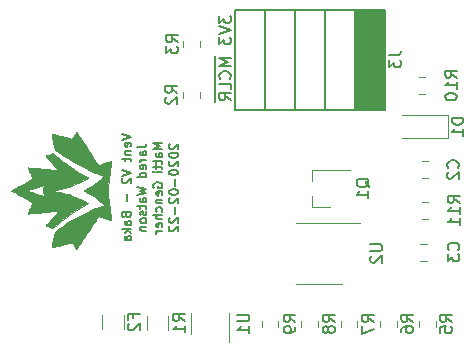
<source format=gbo>
G04 #@! TF.GenerationSoftware,KiCad,Pcbnew,(5.1.4)-1*
G04 #@! TF.CreationDate,2020-02-22T18:04:11-05:00*
G04 #@! TF.ProjectId,vent,76656e74-2e6b-4696-9361-645f70636258,rev?*
G04 #@! TF.SameCoordinates,Original*
G04 #@! TF.FileFunction,Legend,Bot*
G04 #@! TF.FilePolarity,Positive*
%FSLAX46Y46*%
G04 Gerber Fmt 4.6, Leading zero omitted, Abs format (unit mm)*
G04 Created by KiCad (PCBNEW (5.1.4)-1) date 2020-02-22 18:04:11*
%MOMM*%
%LPD*%
G04 APERTURE LIST*
%ADD10C,0.150000*%
%ADD11C,0.190500*%
%ADD12C,0.120000*%
%ADD13C,0.010000*%
G04 APERTURE END LIST*
D10*
X125258580Y-102398961D02*
X125258580Y-103018009D01*
X125639533Y-102684676D01*
X125639533Y-102827533D01*
X125687152Y-102922771D01*
X125734771Y-102970390D01*
X125830009Y-103018009D01*
X126068104Y-103018009D01*
X126163342Y-102970390D01*
X126210961Y-102922771D01*
X126258580Y-102827533D01*
X126258580Y-102541819D01*
X126210961Y-102446580D01*
X126163342Y-102398961D01*
X125258580Y-103303723D02*
X126258580Y-103637057D01*
X125258580Y-103970390D01*
X125258580Y-104208485D02*
X125258580Y-104827533D01*
X125639533Y-104494200D01*
X125639533Y-104637057D01*
X125687152Y-104732295D01*
X125734771Y-104779914D01*
X125830009Y-104827533D01*
X126068104Y-104827533D01*
X126163342Y-104779914D01*
X126210961Y-104732295D01*
X126258580Y-104637057D01*
X126258580Y-104351342D01*
X126210961Y-104256104D01*
X126163342Y-104208485D01*
X124891200Y-105779914D02*
X124891200Y-106922771D01*
X126258580Y-106018009D02*
X125258580Y-106018009D01*
X125972866Y-106351342D01*
X125258580Y-106684676D01*
X126258580Y-106684676D01*
X124891200Y-106922771D02*
X124891200Y-107922771D01*
X126163342Y-107732295D02*
X126210961Y-107684676D01*
X126258580Y-107541819D01*
X126258580Y-107446580D01*
X126210961Y-107303723D01*
X126115723Y-107208485D01*
X126020485Y-107160866D01*
X125830009Y-107113247D01*
X125687152Y-107113247D01*
X125496676Y-107160866D01*
X125401438Y-107208485D01*
X125306200Y-107303723D01*
X125258580Y-107446580D01*
X125258580Y-107541819D01*
X125306200Y-107684676D01*
X125353819Y-107732295D01*
X124891200Y-107922771D02*
X124891200Y-108732295D01*
X126258580Y-108637057D02*
X126258580Y-108160866D01*
X125258580Y-108160866D01*
X124891200Y-108732295D02*
X124891200Y-109732295D01*
X126258580Y-109541819D02*
X125782390Y-109208485D01*
X126258580Y-108970390D02*
X125258580Y-108970390D01*
X125258580Y-109351342D01*
X125306200Y-109446580D01*
X125353819Y-109494200D01*
X125449057Y-109541819D01*
X125591914Y-109541819D01*
X125687152Y-109494200D01*
X125734771Y-109446580D01*
X125782390Y-109351342D01*
X125782390Y-108970390D01*
D11*
X117013264Y-112413142D02*
X117775264Y-112667142D01*
X117013264Y-112921142D01*
X117738978Y-113465428D02*
X117775264Y-113392857D01*
X117775264Y-113247714D01*
X117738978Y-113175142D01*
X117666407Y-113138857D01*
X117376121Y-113138857D01*
X117303550Y-113175142D01*
X117267264Y-113247714D01*
X117267264Y-113392857D01*
X117303550Y-113465428D01*
X117376121Y-113501714D01*
X117448692Y-113501714D01*
X117521264Y-113138857D01*
X117267264Y-113828285D02*
X117775264Y-113828285D01*
X117339835Y-113828285D02*
X117303550Y-113864571D01*
X117267264Y-113937142D01*
X117267264Y-114046000D01*
X117303550Y-114118571D01*
X117376121Y-114154857D01*
X117775264Y-114154857D01*
X117267264Y-114408857D02*
X117267264Y-114699142D01*
X117013264Y-114517714D02*
X117666407Y-114517714D01*
X117738978Y-114554000D01*
X117775264Y-114626571D01*
X117775264Y-114699142D01*
X117013264Y-115424857D02*
X117775264Y-115678857D01*
X117013264Y-115932857D01*
X117085835Y-116150571D02*
X117049550Y-116186857D01*
X117013264Y-116259428D01*
X117013264Y-116440857D01*
X117049550Y-116513428D01*
X117085835Y-116549714D01*
X117158407Y-116586000D01*
X117230978Y-116586000D01*
X117339835Y-116549714D01*
X117775264Y-116114285D01*
X117775264Y-116586000D01*
X117484978Y-117493142D02*
X117484978Y-118073714D01*
X117376121Y-119271142D02*
X117412407Y-119380000D01*
X117448692Y-119416285D01*
X117521264Y-119452571D01*
X117630121Y-119452571D01*
X117702692Y-119416285D01*
X117738978Y-119380000D01*
X117775264Y-119307428D01*
X117775264Y-119017142D01*
X117013264Y-119017142D01*
X117013264Y-119271142D01*
X117049550Y-119343714D01*
X117085835Y-119380000D01*
X117158407Y-119416285D01*
X117230978Y-119416285D01*
X117303550Y-119380000D01*
X117339835Y-119343714D01*
X117376121Y-119271142D01*
X117376121Y-119017142D01*
X117775264Y-120105714D02*
X117376121Y-120105714D01*
X117303550Y-120069428D01*
X117267264Y-119996857D01*
X117267264Y-119851714D01*
X117303550Y-119779142D01*
X117738978Y-120105714D02*
X117775264Y-120033142D01*
X117775264Y-119851714D01*
X117738978Y-119779142D01*
X117666407Y-119742857D01*
X117593835Y-119742857D01*
X117521264Y-119779142D01*
X117484978Y-119851714D01*
X117484978Y-120033142D01*
X117448692Y-120105714D01*
X117775264Y-120468571D02*
X117013264Y-120468571D01*
X117484978Y-120541142D02*
X117775264Y-120758857D01*
X117267264Y-120758857D02*
X117557550Y-120468571D01*
X117775264Y-121412000D02*
X117376121Y-121412000D01*
X117303550Y-121375714D01*
X117267264Y-121303142D01*
X117267264Y-121158000D01*
X117303550Y-121085428D01*
X117738978Y-121412000D02*
X117775264Y-121339428D01*
X117775264Y-121158000D01*
X117738978Y-121085428D01*
X117666407Y-121049142D01*
X117593835Y-121049142D01*
X117521264Y-121085428D01*
X117484978Y-121158000D01*
X117484978Y-121339428D01*
X117448692Y-121412000D01*
X118346764Y-113538000D02*
X118891050Y-113538000D01*
X118999907Y-113501714D01*
X119072478Y-113429142D01*
X119108764Y-113320285D01*
X119108764Y-113247714D01*
X119108764Y-114227428D02*
X118709621Y-114227428D01*
X118637050Y-114191142D01*
X118600764Y-114118571D01*
X118600764Y-113973428D01*
X118637050Y-113900857D01*
X119072478Y-114227428D02*
X119108764Y-114154857D01*
X119108764Y-113973428D01*
X119072478Y-113900857D01*
X118999907Y-113864571D01*
X118927335Y-113864571D01*
X118854764Y-113900857D01*
X118818478Y-113973428D01*
X118818478Y-114154857D01*
X118782192Y-114227428D01*
X119108764Y-114590285D02*
X118600764Y-114590285D01*
X118745907Y-114590285D02*
X118673335Y-114626571D01*
X118637050Y-114662857D01*
X118600764Y-114735428D01*
X118600764Y-114807999D01*
X119072478Y-115352285D02*
X119108764Y-115279714D01*
X119108764Y-115134571D01*
X119072478Y-115061999D01*
X118999907Y-115025714D01*
X118709621Y-115025714D01*
X118637050Y-115061999D01*
X118600764Y-115134571D01*
X118600764Y-115279714D01*
X118637050Y-115352285D01*
X118709621Y-115388571D01*
X118782192Y-115388571D01*
X118854764Y-115025714D01*
X119108764Y-116041714D02*
X118346764Y-116041714D01*
X119072478Y-116041714D02*
X119108764Y-115969142D01*
X119108764Y-115823999D01*
X119072478Y-115751428D01*
X119036192Y-115715142D01*
X118963621Y-115678857D01*
X118745907Y-115678857D01*
X118673335Y-115715142D01*
X118637050Y-115751428D01*
X118600764Y-115823999D01*
X118600764Y-115969142D01*
X118637050Y-116041714D01*
X118346764Y-116912571D02*
X119108764Y-117093999D01*
X118564478Y-117239142D01*
X119108764Y-117384285D01*
X118346764Y-117565714D01*
X119108764Y-118182571D02*
X118709621Y-118182571D01*
X118637050Y-118146285D01*
X118600764Y-118073714D01*
X118600764Y-117928571D01*
X118637050Y-117855999D01*
X119072478Y-118182571D02*
X119108764Y-118109999D01*
X119108764Y-117928571D01*
X119072478Y-117855999D01*
X118999907Y-117819714D01*
X118927335Y-117819714D01*
X118854764Y-117855999D01*
X118818478Y-117928571D01*
X118818478Y-118109999D01*
X118782192Y-118182571D01*
X118600764Y-118436571D02*
X118600764Y-118726857D01*
X118346764Y-118545428D02*
X118999907Y-118545428D01*
X119072478Y-118581714D01*
X119108764Y-118654285D01*
X119108764Y-118726857D01*
X119072478Y-118944571D02*
X119108764Y-119017142D01*
X119108764Y-119162285D01*
X119072478Y-119234857D01*
X118999907Y-119271142D01*
X118963621Y-119271142D01*
X118891050Y-119234857D01*
X118854764Y-119162285D01*
X118854764Y-119053428D01*
X118818478Y-118980857D01*
X118745907Y-118944571D01*
X118709621Y-118944571D01*
X118637050Y-118980857D01*
X118600764Y-119053428D01*
X118600764Y-119162285D01*
X118637050Y-119234857D01*
X119108764Y-119706571D02*
X119072478Y-119633999D01*
X119036192Y-119597714D01*
X118963621Y-119561428D01*
X118745907Y-119561428D01*
X118673335Y-119597714D01*
X118637050Y-119633999D01*
X118600764Y-119706571D01*
X118600764Y-119815428D01*
X118637050Y-119887999D01*
X118673335Y-119924285D01*
X118745907Y-119960571D01*
X118963621Y-119960571D01*
X119036192Y-119924285D01*
X119072478Y-119887999D01*
X119108764Y-119815428D01*
X119108764Y-119706571D01*
X118600764Y-120287142D02*
X119108764Y-120287142D01*
X118673335Y-120287142D02*
X118637050Y-120323428D01*
X118600764Y-120395999D01*
X118600764Y-120504857D01*
X118637050Y-120577428D01*
X118709621Y-120613714D01*
X119108764Y-120613714D01*
X120442264Y-113175142D02*
X119680264Y-113175142D01*
X120224550Y-113429142D01*
X119680264Y-113683142D01*
X120442264Y-113683142D01*
X120442264Y-114372571D02*
X120043121Y-114372571D01*
X119970550Y-114336285D01*
X119934264Y-114263714D01*
X119934264Y-114118571D01*
X119970550Y-114046000D01*
X120405978Y-114372571D02*
X120442264Y-114300000D01*
X120442264Y-114118571D01*
X120405978Y-114046000D01*
X120333407Y-114009714D01*
X120260835Y-114009714D01*
X120188264Y-114046000D01*
X120151978Y-114118571D01*
X120151978Y-114300000D01*
X120115692Y-114372571D01*
X119934264Y-114626571D02*
X119934264Y-114916857D01*
X119680264Y-114735428D02*
X120333407Y-114735428D01*
X120405978Y-114771714D01*
X120442264Y-114844285D01*
X120442264Y-114916857D01*
X119934264Y-115062000D02*
X119934264Y-115352285D01*
X119680264Y-115170857D02*
X120333407Y-115170857D01*
X120405978Y-115207142D01*
X120442264Y-115279714D01*
X120442264Y-115352285D01*
X120442264Y-115606285D02*
X119934264Y-115606285D01*
X119680264Y-115606285D02*
X119716550Y-115570000D01*
X119752835Y-115606285D01*
X119716550Y-115642571D01*
X119680264Y-115606285D01*
X119752835Y-115606285D01*
X119716550Y-116948857D02*
X119680264Y-116876285D01*
X119680264Y-116767428D01*
X119716550Y-116658571D01*
X119789121Y-116586000D01*
X119861692Y-116549714D01*
X120006835Y-116513428D01*
X120115692Y-116513428D01*
X120260835Y-116549714D01*
X120333407Y-116586000D01*
X120405978Y-116658571D01*
X120442264Y-116767428D01*
X120442264Y-116840000D01*
X120405978Y-116948857D01*
X120369692Y-116985142D01*
X120115692Y-116985142D01*
X120115692Y-116840000D01*
X120405978Y-117602000D02*
X120442264Y-117529428D01*
X120442264Y-117384285D01*
X120405978Y-117311714D01*
X120333407Y-117275428D01*
X120043121Y-117275428D01*
X119970550Y-117311714D01*
X119934264Y-117384285D01*
X119934264Y-117529428D01*
X119970550Y-117602000D01*
X120043121Y-117638285D01*
X120115692Y-117638285D01*
X120188264Y-117275428D01*
X119934264Y-117964857D02*
X120442264Y-117964857D01*
X120006835Y-117964857D02*
X119970550Y-118001142D01*
X119934264Y-118073714D01*
X119934264Y-118182571D01*
X119970550Y-118255142D01*
X120043121Y-118291428D01*
X120442264Y-118291428D01*
X120405978Y-118980857D02*
X120442264Y-118908285D01*
X120442264Y-118763142D01*
X120405978Y-118690571D01*
X120369692Y-118654285D01*
X120297121Y-118618000D01*
X120079407Y-118618000D01*
X120006835Y-118654285D01*
X119970550Y-118690571D01*
X119934264Y-118763142D01*
X119934264Y-118908285D01*
X119970550Y-118980857D01*
X120442264Y-119307428D02*
X119680264Y-119307428D01*
X120442264Y-119634000D02*
X120043121Y-119634000D01*
X119970550Y-119597714D01*
X119934264Y-119525142D01*
X119934264Y-119416285D01*
X119970550Y-119343714D01*
X120006835Y-119307428D01*
X120405978Y-120287142D02*
X120442264Y-120214571D01*
X120442264Y-120069428D01*
X120405978Y-119996857D01*
X120333407Y-119960571D01*
X120043121Y-119960571D01*
X119970550Y-119996857D01*
X119934264Y-120069428D01*
X119934264Y-120214571D01*
X119970550Y-120287142D01*
X120043121Y-120323428D01*
X120115692Y-120323428D01*
X120188264Y-119960571D01*
X120442264Y-120650000D02*
X119934264Y-120650000D01*
X120079407Y-120650000D02*
X120006835Y-120686285D01*
X119970550Y-120722571D01*
X119934264Y-120795142D01*
X119934264Y-120867714D01*
X121086335Y-113265857D02*
X121050050Y-113302142D01*
X121013764Y-113374714D01*
X121013764Y-113556142D01*
X121050050Y-113628714D01*
X121086335Y-113665000D01*
X121158907Y-113701285D01*
X121231478Y-113701285D01*
X121340335Y-113665000D01*
X121775764Y-113229571D01*
X121775764Y-113701285D01*
X121013764Y-114173000D02*
X121013764Y-114245571D01*
X121050050Y-114318142D01*
X121086335Y-114354428D01*
X121158907Y-114390714D01*
X121304050Y-114427000D01*
X121485478Y-114427000D01*
X121630621Y-114390714D01*
X121703192Y-114354428D01*
X121739478Y-114318142D01*
X121775764Y-114245571D01*
X121775764Y-114173000D01*
X121739478Y-114100428D01*
X121703192Y-114064142D01*
X121630621Y-114027857D01*
X121485478Y-113991571D01*
X121304050Y-113991571D01*
X121158907Y-114027857D01*
X121086335Y-114064142D01*
X121050050Y-114100428D01*
X121013764Y-114173000D01*
X121086335Y-114717285D02*
X121050050Y-114753571D01*
X121013764Y-114826142D01*
X121013764Y-115007571D01*
X121050050Y-115080142D01*
X121086335Y-115116428D01*
X121158907Y-115152714D01*
X121231478Y-115152714D01*
X121340335Y-115116428D01*
X121775764Y-114681000D01*
X121775764Y-115152714D01*
X121013764Y-115624428D02*
X121013764Y-115697000D01*
X121050050Y-115769571D01*
X121086335Y-115805857D01*
X121158907Y-115842142D01*
X121304050Y-115878428D01*
X121485478Y-115878428D01*
X121630621Y-115842142D01*
X121703192Y-115805857D01*
X121739478Y-115769571D01*
X121775764Y-115697000D01*
X121775764Y-115624428D01*
X121739478Y-115551857D01*
X121703192Y-115515571D01*
X121630621Y-115479285D01*
X121485478Y-115443000D01*
X121304050Y-115443000D01*
X121158907Y-115479285D01*
X121086335Y-115515571D01*
X121050050Y-115551857D01*
X121013764Y-115624428D01*
X121485478Y-116205000D02*
X121485478Y-116785571D01*
X121013764Y-117293571D02*
X121013764Y-117366142D01*
X121050050Y-117438714D01*
X121086335Y-117475000D01*
X121158907Y-117511285D01*
X121304050Y-117547571D01*
X121485478Y-117547571D01*
X121630621Y-117511285D01*
X121703192Y-117475000D01*
X121739478Y-117438714D01*
X121775764Y-117366142D01*
X121775764Y-117293571D01*
X121739478Y-117221000D01*
X121703192Y-117184714D01*
X121630621Y-117148428D01*
X121485478Y-117112142D01*
X121304050Y-117112142D01*
X121158907Y-117148428D01*
X121086335Y-117184714D01*
X121050050Y-117221000D01*
X121013764Y-117293571D01*
X121086335Y-117837857D02*
X121050050Y-117874142D01*
X121013764Y-117946714D01*
X121013764Y-118128142D01*
X121050050Y-118200714D01*
X121086335Y-118237000D01*
X121158907Y-118273285D01*
X121231478Y-118273285D01*
X121340335Y-118237000D01*
X121775764Y-117801571D01*
X121775764Y-118273285D01*
X121485478Y-118599857D02*
X121485478Y-119180428D01*
X121086335Y-119507000D02*
X121050050Y-119543285D01*
X121013764Y-119615857D01*
X121013764Y-119797285D01*
X121050050Y-119869857D01*
X121086335Y-119906142D01*
X121158907Y-119942428D01*
X121231478Y-119942428D01*
X121340335Y-119906142D01*
X121775764Y-119470714D01*
X121775764Y-119942428D01*
X121086335Y-120232714D02*
X121050050Y-120269000D01*
X121013764Y-120341571D01*
X121013764Y-120523000D01*
X121050050Y-120595571D01*
X121086335Y-120631857D01*
X121158907Y-120668142D01*
X121231478Y-120668142D01*
X121340335Y-120631857D01*
X121775764Y-120196428D01*
X121775764Y-120668142D01*
D12*
X122226000Y-105056678D02*
X122226000Y-104539522D01*
X123646000Y-105056678D02*
X123646000Y-104539522D01*
D13*
G36*
X107682810Y-117211428D02*
G01*
X107717138Y-117232631D01*
X107771988Y-117265066D01*
X107845430Y-117307634D01*
X107935537Y-117359234D01*
X108040380Y-117418766D01*
X108158029Y-117485130D01*
X108286556Y-117557226D01*
X108424033Y-117633952D01*
X108543787Y-117700494D01*
X108687733Y-117780338D01*
X108824789Y-117856395D01*
X108952976Y-117927565D01*
X109070311Y-117992747D01*
X109174816Y-118050838D01*
X109264509Y-118100738D01*
X109337410Y-118141345D01*
X109391539Y-118171559D01*
X109424916Y-118190278D01*
X109435394Y-118196267D01*
X109438201Y-118204714D01*
X109434900Y-118224419D01*
X109424702Y-118257426D01*
X109406817Y-118305780D01*
X109380456Y-118371523D01*
X109344831Y-118456702D01*
X109299152Y-118563360D01*
X109249770Y-118677165D01*
X109203519Y-118784058D01*
X109161396Y-118882865D01*
X109124580Y-118970709D01*
X109094250Y-119044713D01*
X109071585Y-119101998D01*
X109057763Y-119139686D01*
X109053964Y-119154901D01*
X109054034Y-119154999D01*
X109068846Y-119154960D01*
X109109416Y-119152390D01*
X109173798Y-119147459D01*
X109260044Y-119140342D01*
X109366209Y-119131210D01*
X109490346Y-119120235D01*
X109630509Y-119107590D01*
X109784751Y-119093448D01*
X109951127Y-119077980D01*
X110127690Y-119061360D01*
X110312493Y-119043759D01*
X110343226Y-119040812D01*
X110529115Y-119023041D01*
X110707027Y-119006164D01*
X110875020Y-118990358D01*
X111031154Y-118975798D01*
X111173488Y-118962663D01*
X111300082Y-118951128D01*
X111408995Y-118941369D01*
X111498285Y-118933565D01*
X111566013Y-118927891D01*
X111610238Y-118924523D01*
X111629019Y-118923640D01*
X111629538Y-118923745D01*
X111621621Y-118934903D01*
X111596773Y-118964975D01*
X111556605Y-119012113D01*
X111502726Y-119074467D01*
X111436745Y-119150191D01*
X111360272Y-119237435D01*
X111274918Y-119334351D01*
X111182291Y-119439090D01*
X111100079Y-119531722D01*
X111002387Y-119641816D01*
X110910446Y-119745799D01*
X110825890Y-119841800D01*
X110750352Y-119927948D01*
X110685465Y-120002369D01*
X110632861Y-120063194D01*
X110594174Y-120108549D01*
X110571035Y-120136564D01*
X110564809Y-120145306D01*
X110567925Y-120149555D01*
X110578816Y-120156084D01*
X110599795Y-120165798D01*
X110633177Y-120179602D01*
X110681276Y-120198401D01*
X110746404Y-120223101D01*
X110830877Y-120254606D01*
X110937007Y-120293822D01*
X111060166Y-120339106D01*
X111172784Y-120380453D01*
X111309604Y-120261852D01*
X111490611Y-120108832D01*
X111688790Y-119948333D01*
X111900920Y-119782607D01*
X112123782Y-119613906D01*
X112354156Y-119444479D01*
X112588821Y-119276579D01*
X112824558Y-119112457D01*
X113058146Y-118954364D01*
X113286366Y-118804552D01*
X113505997Y-118665272D01*
X113713819Y-118538774D01*
X113906613Y-118427311D01*
X114029873Y-118359984D01*
X114172245Y-118284401D01*
X114105515Y-118238489D01*
X113968790Y-118150967D01*
X113809444Y-118060277D01*
X113632174Y-117968599D01*
X113441674Y-117878114D01*
X113242642Y-117791004D01*
X113039774Y-117709449D01*
X112837765Y-117635631D01*
X112729028Y-117599215D01*
X112514960Y-117533549D01*
X112279794Y-117467822D01*
X112030211Y-117403689D01*
X111772896Y-117342809D01*
X111514531Y-117286837D01*
X111293394Y-117243292D01*
X111082527Y-117203858D01*
X111439531Y-117132207D01*
X111811304Y-117053026D01*
X112157580Y-116969614D01*
X112480476Y-116881220D01*
X112782112Y-116787094D01*
X113064606Y-116686485D01*
X113330077Y-116578643D01*
X113580644Y-116462818D01*
X113818427Y-116338260D01*
X114026377Y-116216137D01*
X114079208Y-116182887D01*
X114122711Y-116154463D01*
X114151711Y-116134314D01*
X114160978Y-116126492D01*
X114152278Y-116116161D01*
X114123679Y-116096931D01*
X114080318Y-116072073D01*
X114052697Y-116057525D01*
X113901968Y-115976630D01*
X113733122Y-115879382D01*
X113548990Y-115767758D01*
X113352403Y-115643732D01*
X113146194Y-115509281D01*
X112933193Y-115366381D01*
X112716232Y-115217008D01*
X112498144Y-115063138D01*
X112281758Y-114906747D01*
X112069908Y-114749811D01*
X111865425Y-114594306D01*
X111671139Y-114442208D01*
X111489884Y-114295493D01*
X111324489Y-114156137D01*
X111309604Y-114143266D01*
X111172784Y-114024665D01*
X111060166Y-114066012D01*
X110931271Y-114113408D01*
X110826236Y-114152231D01*
X110742748Y-114183383D01*
X110678495Y-114207769D01*
X110631164Y-114226293D01*
X110598443Y-114239859D01*
X110578020Y-114249371D01*
X110567582Y-114255733D01*
X110564809Y-114259664D01*
X110573801Y-114271844D01*
X110599689Y-114302927D01*
X110640841Y-114351039D01*
X110695626Y-114414310D01*
X110762411Y-114490867D01*
X110839565Y-114578839D01*
X110925455Y-114676355D01*
X111018451Y-114781542D01*
X111099924Y-114873402D01*
X111197381Y-114983327D01*
X111288924Y-115086973D01*
X111372945Y-115182492D01*
X111447835Y-115268036D01*
X111511983Y-115341756D01*
X111563780Y-115401804D01*
X111601618Y-115446332D01*
X111623887Y-115473490D01*
X111629383Y-115481528D01*
X111615018Y-115481049D01*
X111574887Y-115478059D01*
X111510932Y-115472733D01*
X111425093Y-115465250D01*
X111319309Y-115455786D01*
X111195522Y-115444517D01*
X111055672Y-115431621D01*
X110901699Y-115417275D01*
X110735543Y-115401654D01*
X110559146Y-115384937D01*
X110536517Y-115382777D01*
X110536517Y-116696839D01*
X110538002Y-116701925D01*
X110522940Y-116722376D01*
X110494527Y-116753935D01*
X110490611Y-116758019D01*
X110449626Y-116807255D01*
X110407615Y-116868436D01*
X110375857Y-116924203D01*
X110328687Y-117048424D01*
X110308548Y-117174522D01*
X110315020Y-117299746D01*
X110347685Y-117421343D01*
X110406125Y-117536561D01*
X110484106Y-117636504D01*
X110515838Y-117672123D01*
X110535248Y-117697407D01*
X110539247Y-117708183D01*
X110536973Y-117707961D01*
X110520234Y-117702593D01*
X110479302Y-117689693D01*
X110416562Y-117670007D01*
X110334396Y-117644281D01*
X110235191Y-117613259D01*
X110121328Y-117577688D01*
X109995193Y-117538313D01*
X109859169Y-117495880D01*
X109722781Y-117453359D01*
X109580200Y-117408894D01*
X109445742Y-117366915D01*
X109321722Y-117328146D01*
X109210456Y-117293313D01*
X109114256Y-117263142D01*
X109035438Y-117238360D01*
X108976316Y-117219691D01*
X108939205Y-117207862D01*
X108926424Y-117203608D01*
X108938775Y-117199139D01*
X108975420Y-117187130D01*
X109034072Y-117168303D01*
X109112444Y-117143382D01*
X109208248Y-117113089D01*
X109319199Y-117078148D01*
X109443009Y-117039282D01*
X109577391Y-116997214D01*
X109719739Y-116952766D01*
X109863217Y-116908002D01*
X109999064Y-116865581D01*
X110124901Y-116826247D01*
X110238353Y-116790746D01*
X110337042Y-116759823D01*
X110418590Y-116734222D01*
X110480621Y-116714687D01*
X110520757Y-116701965D01*
X110536517Y-116696839D01*
X110536517Y-115382777D01*
X110374447Y-115367300D01*
X110343226Y-115364306D01*
X110157262Y-115346563D01*
X109979220Y-115329775D01*
X109811045Y-115314114D01*
X109654685Y-115299752D01*
X109512086Y-115286862D01*
X109385195Y-115275616D01*
X109275958Y-115266186D01*
X109186322Y-115258744D01*
X109118233Y-115253462D01*
X109073639Y-115250513D01*
X109054484Y-115250069D01*
X109053907Y-115250246D01*
X109057256Y-115264571D01*
X109070663Y-115301475D01*
X109092948Y-115358072D01*
X109122932Y-115431475D01*
X109159435Y-115518797D01*
X109201277Y-115617150D01*
X109247278Y-115723648D01*
X109248236Y-115725849D01*
X109294540Y-115832371D01*
X109337138Y-115930611D01*
X109374797Y-116017705D01*
X109406284Y-116090792D01*
X109430366Y-116147010D01*
X109445809Y-116183497D01*
X109451382Y-116197390D01*
X109451384Y-116197418D01*
X109439521Y-116204769D01*
X109405206Y-116224519D01*
X109350344Y-116255604D01*
X109276843Y-116296954D01*
X109186612Y-116347504D01*
X109081557Y-116406186D01*
X108963586Y-116471933D01*
X108834607Y-116543679D01*
X108696526Y-116620355D01*
X108561132Y-116695422D01*
X108416212Y-116775897D01*
X108278622Y-116852663D01*
X108150271Y-116924632D01*
X108033072Y-116990716D01*
X107928933Y-117049826D01*
X107839764Y-117100875D01*
X107767476Y-117142774D01*
X107713978Y-117174435D01*
X107681182Y-117194769D01*
X107670933Y-117202559D01*
X107682810Y-117211428D01*
X107682810Y-117211428D01*
G37*
X107682810Y-117211428D02*
X107717138Y-117232631D01*
X107771988Y-117265066D01*
X107845430Y-117307634D01*
X107935537Y-117359234D01*
X108040380Y-117418766D01*
X108158029Y-117485130D01*
X108286556Y-117557226D01*
X108424033Y-117633952D01*
X108543787Y-117700494D01*
X108687733Y-117780338D01*
X108824789Y-117856395D01*
X108952976Y-117927565D01*
X109070311Y-117992747D01*
X109174816Y-118050838D01*
X109264509Y-118100738D01*
X109337410Y-118141345D01*
X109391539Y-118171559D01*
X109424916Y-118190278D01*
X109435394Y-118196267D01*
X109438201Y-118204714D01*
X109434900Y-118224419D01*
X109424702Y-118257426D01*
X109406817Y-118305780D01*
X109380456Y-118371523D01*
X109344831Y-118456702D01*
X109299152Y-118563360D01*
X109249770Y-118677165D01*
X109203519Y-118784058D01*
X109161396Y-118882865D01*
X109124580Y-118970709D01*
X109094250Y-119044713D01*
X109071585Y-119101998D01*
X109057763Y-119139686D01*
X109053964Y-119154901D01*
X109054034Y-119154999D01*
X109068846Y-119154960D01*
X109109416Y-119152390D01*
X109173798Y-119147459D01*
X109260044Y-119140342D01*
X109366209Y-119131210D01*
X109490346Y-119120235D01*
X109630509Y-119107590D01*
X109784751Y-119093448D01*
X109951127Y-119077980D01*
X110127690Y-119061360D01*
X110312493Y-119043759D01*
X110343226Y-119040812D01*
X110529115Y-119023041D01*
X110707027Y-119006164D01*
X110875020Y-118990358D01*
X111031154Y-118975798D01*
X111173488Y-118962663D01*
X111300082Y-118951128D01*
X111408995Y-118941369D01*
X111498285Y-118933565D01*
X111566013Y-118927891D01*
X111610238Y-118924523D01*
X111629019Y-118923640D01*
X111629538Y-118923745D01*
X111621621Y-118934903D01*
X111596773Y-118964975D01*
X111556605Y-119012113D01*
X111502726Y-119074467D01*
X111436745Y-119150191D01*
X111360272Y-119237435D01*
X111274918Y-119334351D01*
X111182291Y-119439090D01*
X111100079Y-119531722D01*
X111002387Y-119641816D01*
X110910446Y-119745799D01*
X110825890Y-119841800D01*
X110750352Y-119927948D01*
X110685465Y-120002369D01*
X110632861Y-120063194D01*
X110594174Y-120108549D01*
X110571035Y-120136564D01*
X110564809Y-120145306D01*
X110567925Y-120149555D01*
X110578816Y-120156084D01*
X110599795Y-120165798D01*
X110633177Y-120179602D01*
X110681276Y-120198401D01*
X110746404Y-120223101D01*
X110830877Y-120254606D01*
X110937007Y-120293822D01*
X111060166Y-120339106D01*
X111172784Y-120380453D01*
X111309604Y-120261852D01*
X111490611Y-120108832D01*
X111688790Y-119948333D01*
X111900920Y-119782607D01*
X112123782Y-119613906D01*
X112354156Y-119444479D01*
X112588821Y-119276579D01*
X112824558Y-119112457D01*
X113058146Y-118954364D01*
X113286366Y-118804552D01*
X113505997Y-118665272D01*
X113713819Y-118538774D01*
X113906613Y-118427311D01*
X114029873Y-118359984D01*
X114172245Y-118284401D01*
X114105515Y-118238489D01*
X113968790Y-118150967D01*
X113809444Y-118060277D01*
X113632174Y-117968599D01*
X113441674Y-117878114D01*
X113242642Y-117791004D01*
X113039774Y-117709449D01*
X112837765Y-117635631D01*
X112729028Y-117599215D01*
X112514960Y-117533549D01*
X112279794Y-117467822D01*
X112030211Y-117403689D01*
X111772896Y-117342809D01*
X111514531Y-117286837D01*
X111293394Y-117243292D01*
X111082527Y-117203858D01*
X111439531Y-117132207D01*
X111811304Y-117053026D01*
X112157580Y-116969614D01*
X112480476Y-116881220D01*
X112782112Y-116787094D01*
X113064606Y-116686485D01*
X113330077Y-116578643D01*
X113580644Y-116462818D01*
X113818427Y-116338260D01*
X114026377Y-116216137D01*
X114079208Y-116182887D01*
X114122711Y-116154463D01*
X114151711Y-116134314D01*
X114160978Y-116126492D01*
X114152278Y-116116161D01*
X114123679Y-116096931D01*
X114080318Y-116072073D01*
X114052697Y-116057525D01*
X113901968Y-115976630D01*
X113733122Y-115879382D01*
X113548990Y-115767758D01*
X113352403Y-115643732D01*
X113146194Y-115509281D01*
X112933193Y-115366381D01*
X112716232Y-115217008D01*
X112498144Y-115063138D01*
X112281758Y-114906747D01*
X112069908Y-114749811D01*
X111865425Y-114594306D01*
X111671139Y-114442208D01*
X111489884Y-114295493D01*
X111324489Y-114156137D01*
X111309604Y-114143266D01*
X111172784Y-114024665D01*
X111060166Y-114066012D01*
X110931271Y-114113408D01*
X110826236Y-114152231D01*
X110742748Y-114183383D01*
X110678495Y-114207769D01*
X110631164Y-114226293D01*
X110598443Y-114239859D01*
X110578020Y-114249371D01*
X110567582Y-114255733D01*
X110564809Y-114259664D01*
X110573801Y-114271844D01*
X110599689Y-114302927D01*
X110640841Y-114351039D01*
X110695626Y-114414310D01*
X110762411Y-114490867D01*
X110839565Y-114578839D01*
X110925455Y-114676355D01*
X111018451Y-114781542D01*
X111099924Y-114873402D01*
X111197381Y-114983327D01*
X111288924Y-115086973D01*
X111372945Y-115182492D01*
X111447835Y-115268036D01*
X111511983Y-115341756D01*
X111563780Y-115401804D01*
X111601618Y-115446332D01*
X111623887Y-115473490D01*
X111629383Y-115481528D01*
X111615018Y-115481049D01*
X111574887Y-115478059D01*
X111510932Y-115472733D01*
X111425093Y-115465250D01*
X111319309Y-115455786D01*
X111195522Y-115444517D01*
X111055672Y-115431621D01*
X110901699Y-115417275D01*
X110735543Y-115401654D01*
X110559146Y-115384937D01*
X110536517Y-115382777D01*
X110536517Y-116696839D01*
X110538002Y-116701925D01*
X110522940Y-116722376D01*
X110494527Y-116753935D01*
X110490611Y-116758019D01*
X110449626Y-116807255D01*
X110407615Y-116868436D01*
X110375857Y-116924203D01*
X110328687Y-117048424D01*
X110308548Y-117174522D01*
X110315020Y-117299746D01*
X110347685Y-117421343D01*
X110406125Y-117536561D01*
X110484106Y-117636504D01*
X110515838Y-117672123D01*
X110535248Y-117697407D01*
X110539247Y-117708183D01*
X110536973Y-117707961D01*
X110520234Y-117702593D01*
X110479302Y-117689693D01*
X110416562Y-117670007D01*
X110334396Y-117644281D01*
X110235191Y-117613259D01*
X110121328Y-117577688D01*
X109995193Y-117538313D01*
X109859169Y-117495880D01*
X109722781Y-117453359D01*
X109580200Y-117408894D01*
X109445742Y-117366915D01*
X109321722Y-117328146D01*
X109210456Y-117293313D01*
X109114256Y-117263142D01*
X109035438Y-117238360D01*
X108976316Y-117219691D01*
X108939205Y-117207862D01*
X108926424Y-117203608D01*
X108938775Y-117199139D01*
X108975420Y-117187130D01*
X109034072Y-117168303D01*
X109112444Y-117143382D01*
X109208248Y-117113089D01*
X109319199Y-117078148D01*
X109443009Y-117039282D01*
X109577391Y-116997214D01*
X109719739Y-116952766D01*
X109863217Y-116908002D01*
X109999064Y-116865581D01*
X110124901Y-116826247D01*
X110238353Y-116790746D01*
X110337042Y-116759823D01*
X110418590Y-116734222D01*
X110480621Y-116714687D01*
X110520757Y-116701965D01*
X110536517Y-116696839D01*
X110536517Y-115382777D01*
X110374447Y-115367300D01*
X110343226Y-115364306D01*
X110157262Y-115346563D01*
X109979220Y-115329775D01*
X109811045Y-115314114D01*
X109654685Y-115299752D01*
X109512086Y-115286862D01*
X109385195Y-115275616D01*
X109275958Y-115266186D01*
X109186322Y-115258744D01*
X109118233Y-115253462D01*
X109073639Y-115250513D01*
X109054484Y-115250069D01*
X109053907Y-115250246D01*
X109057256Y-115264571D01*
X109070663Y-115301475D01*
X109092948Y-115358072D01*
X109122932Y-115431475D01*
X109159435Y-115518797D01*
X109201277Y-115617150D01*
X109247278Y-115723648D01*
X109248236Y-115725849D01*
X109294540Y-115832371D01*
X109337138Y-115930611D01*
X109374797Y-116017705D01*
X109406284Y-116090792D01*
X109430366Y-116147010D01*
X109445809Y-116183497D01*
X109451382Y-116197390D01*
X109451384Y-116197418D01*
X109439521Y-116204769D01*
X109405206Y-116224519D01*
X109350344Y-116255604D01*
X109276843Y-116296954D01*
X109186612Y-116347504D01*
X109081557Y-116406186D01*
X108963586Y-116471933D01*
X108834607Y-116543679D01*
X108696526Y-116620355D01*
X108561132Y-116695422D01*
X108416212Y-116775897D01*
X108278622Y-116852663D01*
X108150271Y-116924632D01*
X108033072Y-116990716D01*
X107928933Y-117049826D01*
X107839764Y-117100875D01*
X107767476Y-117142774D01*
X107713978Y-117174435D01*
X107681182Y-117194769D01*
X107670933Y-117202559D01*
X107682810Y-117211428D01*
G36*
X111074939Y-112396993D02*
G01*
X111081799Y-112435666D01*
X111093060Y-112496304D01*
X111108210Y-112576238D01*
X111126742Y-112672798D01*
X111148144Y-112783317D01*
X111171909Y-112905124D01*
X111197526Y-113035551D01*
X111197967Y-113037788D01*
X111229947Y-113198954D01*
X111257363Y-113334550D01*
X111280630Y-113446392D01*
X111300159Y-113536295D01*
X111316365Y-113606078D01*
X111329660Y-113657556D01*
X111340457Y-113692547D01*
X111349169Y-113712865D01*
X111352608Y-113717804D01*
X111379453Y-113742747D01*
X111426311Y-113781052D01*
X111490132Y-113830493D01*
X111567866Y-113888847D01*
X111656463Y-113953888D01*
X111752874Y-114023392D01*
X111854048Y-114095133D01*
X111956937Y-114166888D01*
X112058490Y-114236430D01*
X112123467Y-114280146D01*
X112441668Y-114486683D01*
X112770552Y-114689037D01*
X113105858Y-114884908D01*
X113443325Y-115071997D01*
X113778694Y-115248003D01*
X114107703Y-115410626D01*
X114426092Y-115557568D01*
X114726233Y-115685163D01*
X114808260Y-115717332D01*
X114901875Y-115752299D01*
X115002236Y-115788421D01*
X115104498Y-115824060D01*
X115203817Y-115857573D01*
X115295352Y-115887320D01*
X115374258Y-115911660D01*
X115435691Y-115928952D01*
X115467744Y-115936377D01*
X115501030Y-115944893D01*
X115518689Y-115953840D01*
X115519548Y-115955753D01*
X115509468Y-115969108D01*
X115481284Y-115997744D01*
X115438081Y-116038891D01*
X115382946Y-116089776D01*
X115318962Y-116147631D01*
X115249216Y-116209684D01*
X115176793Y-116273164D01*
X115104778Y-116335302D01*
X115036256Y-116393327D01*
X114985079Y-116435698D01*
X114821280Y-116565462D01*
X114659245Y-116684959D01*
X114492624Y-116798434D01*
X114315069Y-116910135D01*
X114120229Y-117024307D01*
X114025942Y-117077223D01*
X113956513Y-117116626D01*
X113897332Y-117151931D01*
X113852010Y-117180840D01*
X113824158Y-117201055D01*
X113817175Y-117210118D01*
X113833292Y-117220652D01*
X113868695Y-117241285D01*
X113918112Y-117269010D01*
X113974672Y-117299956D01*
X114246432Y-117453777D01*
X114496619Y-117610093D01*
X114731450Y-117773020D01*
X114957139Y-117946674D01*
X114983713Y-117968274D01*
X115047421Y-118021161D01*
X115117080Y-118080368D01*
X115189611Y-118143133D01*
X115261936Y-118206690D01*
X115330977Y-118268278D01*
X115393657Y-118325132D01*
X115446896Y-118374489D01*
X115487618Y-118413584D01*
X115512743Y-118439655D01*
X115519548Y-118449365D01*
X115507361Y-118457857D01*
X115477137Y-118466819D01*
X115467744Y-118468741D01*
X115422851Y-118479571D01*
X115356800Y-118498697D01*
X115274434Y-118524479D01*
X115180597Y-118555276D01*
X115080133Y-118589447D01*
X114977886Y-118625351D01*
X114878697Y-118661346D01*
X114787412Y-118695793D01*
X114726233Y-118719955D01*
X114428402Y-118846584D01*
X114115521Y-118990917D01*
X113791883Y-119150635D01*
X113461779Y-119323423D01*
X113129501Y-119506965D01*
X112799342Y-119698944D01*
X112475592Y-119897044D01*
X112162543Y-120098949D01*
X112125501Y-120123590D01*
X112026644Y-120190355D01*
X111924388Y-120260822D01*
X111821778Y-120332769D01*
X111721859Y-120403976D01*
X111627678Y-120472224D01*
X111542278Y-120535290D01*
X111468707Y-120590956D01*
X111410008Y-120637000D01*
X111369228Y-120671203D01*
X111353158Y-120686706D01*
X111345221Y-120701412D01*
X111335132Y-120731181D01*
X111322504Y-120777713D01*
X111306953Y-120842703D01*
X111288094Y-120927848D01*
X111265541Y-121034847D01*
X111238909Y-121165395D01*
X111207813Y-121321190D01*
X111198816Y-121366722D01*
X111173127Y-121497332D01*
X111149273Y-121619367D01*
X111127763Y-121730162D01*
X111109110Y-121827047D01*
X111093824Y-121907355D01*
X111082415Y-121968418D01*
X111075395Y-122007570D01*
X111073274Y-122022141D01*
X111073286Y-122022163D01*
X111086686Y-122019341D01*
X111124291Y-122010314D01*
X111183342Y-121995783D01*
X111261077Y-121976447D01*
X111354738Y-121953007D01*
X111461563Y-121926164D01*
X111578794Y-121896617D01*
X111703668Y-121865066D01*
X111833427Y-121832213D01*
X111965310Y-121798757D01*
X112096557Y-121765398D01*
X112224407Y-121732837D01*
X112346102Y-121701774D01*
X112458880Y-121672910D01*
X112559981Y-121646944D01*
X112646645Y-121624576D01*
X112716113Y-121606508D01*
X112765623Y-121593439D01*
X112792416Y-121586069D01*
X112793481Y-121585751D01*
X112804082Y-121589130D01*
X112820195Y-121605735D01*
X112843232Y-121637717D01*
X112874607Y-121687230D01*
X112915732Y-121756426D01*
X112968021Y-121847458D01*
X112985633Y-121878530D01*
X113032680Y-121960989D01*
X113075570Y-122034768D01*
X113112331Y-122096588D01*
X113140994Y-122143172D01*
X113159588Y-122171241D01*
X113165799Y-122178175D01*
X113174622Y-122166749D01*
X113197694Y-122133418D01*
X113234075Y-122079605D01*
X113282826Y-122006733D01*
X113343007Y-121916223D01*
X113413680Y-121809499D01*
X113493904Y-121687983D01*
X113582740Y-121553097D01*
X113679249Y-121406263D01*
X113782492Y-121248905D01*
X113891528Y-121082445D01*
X114005419Y-120908304D01*
X114094030Y-120772638D01*
X114211004Y-120593618D01*
X114323882Y-120421200D01*
X114431720Y-120256810D01*
X114533575Y-120101871D01*
X114628504Y-119957805D01*
X114715564Y-119826036D01*
X114793813Y-119707987D01*
X114862307Y-119605081D01*
X114920102Y-119518743D01*
X114966257Y-119450395D01*
X114999828Y-119401460D01*
X115019872Y-119373362D01*
X115025466Y-119366818D01*
X115041370Y-119370833D01*
X115080896Y-119382410D01*
X115141145Y-119400654D01*
X115219218Y-119424673D01*
X115312218Y-119453573D01*
X115417245Y-119486460D01*
X115531400Y-119522441D01*
X115572334Y-119535397D01*
X115688683Y-119571973D01*
X115796715Y-119605381D01*
X115893568Y-119634776D01*
X115976382Y-119659316D01*
X116042297Y-119678157D01*
X116088452Y-119690456D01*
X116111987Y-119695370D01*
X116114362Y-119695179D01*
X116114074Y-119680331D01*
X116110633Y-119639822D01*
X116104262Y-119575623D01*
X116095180Y-119489704D01*
X116083609Y-119384033D01*
X116069769Y-119260582D01*
X116053882Y-119121321D01*
X116036167Y-118968218D01*
X116016847Y-118803245D01*
X115996142Y-118628371D01*
X115974273Y-118445566D01*
X115974124Y-118444329D01*
X115824808Y-117202559D01*
X115971411Y-115986236D01*
X115993254Y-115804641D01*
X116014114Y-115630517D01*
X116033748Y-115465908D01*
X116051919Y-115312855D01*
X116068387Y-115173403D01*
X116082911Y-115049594D01*
X116095251Y-114943470D01*
X116105169Y-114857076D01*
X116112423Y-114792454D01*
X116116775Y-114751647D01*
X116118014Y-114737112D01*
X116113837Y-114711914D01*
X116106463Y-114704312D01*
X116091076Y-114708388D01*
X116052068Y-114720016D01*
X115992338Y-114738296D01*
X115914788Y-114762327D01*
X115822316Y-114791211D01*
X115717824Y-114824046D01*
X115604210Y-114859934D01*
X115568261Y-114871326D01*
X115452287Y-114907985D01*
X115344408Y-114941857D01*
X115247546Y-114972041D01*
X115164627Y-114997635D01*
X115098575Y-115017739D01*
X115052316Y-115031451D01*
X115028773Y-115037870D01*
X115026579Y-115038239D01*
X115017202Y-115026797D01*
X114993590Y-114993446D01*
X114956688Y-114939607D01*
X114907439Y-114866706D01*
X114846787Y-114776165D01*
X114775679Y-114669406D01*
X114695056Y-114547853D01*
X114605865Y-114412929D01*
X114509049Y-114266057D01*
X114405552Y-114108660D01*
X114296319Y-113942162D01*
X114182295Y-113767984D01*
X114093790Y-113632541D01*
X113976835Y-113453549D01*
X113864031Y-113281162D01*
X113756315Y-113116803D01*
X113654627Y-112961895D01*
X113559907Y-112817859D01*
X113473094Y-112686117D01*
X113395127Y-112568092D01*
X113326944Y-112465206D01*
X113269487Y-112378882D01*
X113223692Y-112310541D01*
X113190501Y-112261606D01*
X113170852Y-112233499D01*
X113165559Y-112226943D01*
X113156112Y-112238551D01*
X113135074Y-112271193D01*
X113104414Y-112321589D01*
X113066099Y-112386463D01*
X113022097Y-112462536D01*
X112985633Y-112526588D01*
X112929812Y-112624415D01*
X112885567Y-112699777D01*
X112851486Y-112754826D01*
X112826155Y-112791714D01*
X112808163Y-112812594D01*
X112796095Y-112819620D01*
X112793481Y-112819367D01*
X112768447Y-112812432D01*
X112720491Y-112799747D01*
X112652374Y-112782013D01*
X112566855Y-112759930D01*
X112466697Y-112734198D01*
X112354658Y-112705518D01*
X112233500Y-112674589D01*
X112105983Y-112642112D01*
X111974868Y-112608786D01*
X111842914Y-112575313D01*
X111712882Y-112542392D01*
X111587534Y-112510724D01*
X111469628Y-112481009D01*
X111361926Y-112453946D01*
X111267188Y-112430237D01*
X111188175Y-112410581D01*
X111127647Y-112395679D01*
X111088364Y-112386230D01*
X111073087Y-112382935D01*
X111072987Y-112382954D01*
X111074939Y-112396993D01*
X111074939Y-112396993D01*
G37*
X111074939Y-112396993D02*
X111081799Y-112435666D01*
X111093060Y-112496304D01*
X111108210Y-112576238D01*
X111126742Y-112672798D01*
X111148144Y-112783317D01*
X111171909Y-112905124D01*
X111197526Y-113035551D01*
X111197967Y-113037788D01*
X111229947Y-113198954D01*
X111257363Y-113334550D01*
X111280630Y-113446392D01*
X111300159Y-113536295D01*
X111316365Y-113606078D01*
X111329660Y-113657556D01*
X111340457Y-113692547D01*
X111349169Y-113712865D01*
X111352608Y-113717804D01*
X111379453Y-113742747D01*
X111426311Y-113781052D01*
X111490132Y-113830493D01*
X111567866Y-113888847D01*
X111656463Y-113953888D01*
X111752874Y-114023392D01*
X111854048Y-114095133D01*
X111956937Y-114166888D01*
X112058490Y-114236430D01*
X112123467Y-114280146D01*
X112441668Y-114486683D01*
X112770552Y-114689037D01*
X113105858Y-114884908D01*
X113443325Y-115071997D01*
X113778694Y-115248003D01*
X114107703Y-115410626D01*
X114426092Y-115557568D01*
X114726233Y-115685163D01*
X114808260Y-115717332D01*
X114901875Y-115752299D01*
X115002236Y-115788421D01*
X115104498Y-115824060D01*
X115203817Y-115857573D01*
X115295352Y-115887320D01*
X115374258Y-115911660D01*
X115435691Y-115928952D01*
X115467744Y-115936377D01*
X115501030Y-115944893D01*
X115518689Y-115953840D01*
X115519548Y-115955753D01*
X115509468Y-115969108D01*
X115481284Y-115997744D01*
X115438081Y-116038891D01*
X115382946Y-116089776D01*
X115318962Y-116147631D01*
X115249216Y-116209684D01*
X115176793Y-116273164D01*
X115104778Y-116335302D01*
X115036256Y-116393327D01*
X114985079Y-116435698D01*
X114821280Y-116565462D01*
X114659245Y-116684959D01*
X114492624Y-116798434D01*
X114315069Y-116910135D01*
X114120229Y-117024307D01*
X114025942Y-117077223D01*
X113956513Y-117116626D01*
X113897332Y-117151931D01*
X113852010Y-117180840D01*
X113824158Y-117201055D01*
X113817175Y-117210118D01*
X113833292Y-117220652D01*
X113868695Y-117241285D01*
X113918112Y-117269010D01*
X113974672Y-117299956D01*
X114246432Y-117453777D01*
X114496619Y-117610093D01*
X114731450Y-117773020D01*
X114957139Y-117946674D01*
X114983713Y-117968274D01*
X115047421Y-118021161D01*
X115117080Y-118080368D01*
X115189611Y-118143133D01*
X115261936Y-118206690D01*
X115330977Y-118268278D01*
X115393657Y-118325132D01*
X115446896Y-118374489D01*
X115487618Y-118413584D01*
X115512743Y-118439655D01*
X115519548Y-118449365D01*
X115507361Y-118457857D01*
X115477137Y-118466819D01*
X115467744Y-118468741D01*
X115422851Y-118479571D01*
X115356800Y-118498697D01*
X115274434Y-118524479D01*
X115180597Y-118555276D01*
X115080133Y-118589447D01*
X114977886Y-118625351D01*
X114878697Y-118661346D01*
X114787412Y-118695793D01*
X114726233Y-118719955D01*
X114428402Y-118846584D01*
X114115521Y-118990917D01*
X113791883Y-119150635D01*
X113461779Y-119323423D01*
X113129501Y-119506965D01*
X112799342Y-119698944D01*
X112475592Y-119897044D01*
X112162543Y-120098949D01*
X112125501Y-120123590D01*
X112026644Y-120190355D01*
X111924388Y-120260822D01*
X111821778Y-120332769D01*
X111721859Y-120403976D01*
X111627678Y-120472224D01*
X111542278Y-120535290D01*
X111468707Y-120590956D01*
X111410008Y-120637000D01*
X111369228Y-120671203D01*
X111353158Y-120686706D01*
X111345221Y-120701412D01*
X111335132Y-120731181D01*
X111322504Y-120777713D01*
X111306953Y-120842703D01*
X111288094Y-120927848D01*
X111265541Y-121034847D01*
X111238909Y-121165395D01*
X111207813Y-121321190D01*
X111198816Y-121366722D01*
X111173127Y-121497332D01*
X111149273Y-121619367D01*
X111127763Y-121730162D01*
X111109110Y-121827047D01*
X111093824Y-121907355D01*
X111082415Y-121968418D01*
X111075395Y-122007570D01*
X111073274Y-122022141D01*
X111073286Y-122022163D01*
X111086686Y-122019341D01*
X111124291Y-122010314D01*
X111183342Y-121995783D01*
X111261077Y-121976447D01*
X111354738Y-121953007D01*
X111461563Y-121926164D01*
X111578794Y-121896617D01*
X111703668Y-121865066D01*
X111833427Y-121832213D01*
X111965310Y-121798757D01*
X112096557Y-121765398D01*
X112224407Y-121732837D01*
X112346102Y-121701774D01*
X112458880Y-121672910D01*
X112559981Y-121646944D01*
X112646645Y-121624576D01*
X112716113Y-121606508D01*
X112765623Y-121593439D01*
X112792416Y-121586069D01*
X112793481Y-121585751D01*
X112804082Y-121589130D01*
X112820195Y-121605735D01*
X112843232Y-121637717D01*
X112874607Y-121687230D01*
X112915732Y-121756426D01*
X112968021Y-121847458D01*
X112985633Y-121878530D01*
X113032680Y-121960989D01*
X113075570Y-122034768D01*
X113112331Y-122096588D01*
X113140994Y-122143172D01*
X113159588Y-122171241D01*
X113165799Y-122178175D01*
X113174622Y-122166749D01*
X113197694Y-122133418D01*
X113234075Y-122079605D01*
X113282826Y-122006733D01*
X113343007Y-121916223D01*
X113413680Y-121809499D01*
X113493904Y-121687983D01*
X113582740Y-121553097D01*
X113679249Y-121406263D01*
X113782492Y-121248905D01*
X113891528Y-121082445D01*
X114005419Y-120908304D01*
X114094030Y-120772638D01*
X114211004Y-120593618D01*
X114323882Y-120421200D01*
X114431720Y-120256810D01*
X114533575Y-120101871D01*
X114628504Y-119957805D01*
X114715564Y-119826036D01*
X114793813Y-119707987D01*
X114862307Y-119605081D01*
X114920102Y-119518743D01*
X114966257Y-119450395D01*
X114999828Y-119401460D01*
X115019872Y-119373362D01*
X115025466Y-119366818D01*
X115041370Y-119370833D01*
X115080896Y-119382410D01*
X115141145Y-119400654D01*
X115219218Y-119424673D01*
X115312218Y-119453573D01*
X115417245Y-119486460D01*
X115531400Y-119522441D01*
X115572334Y-119535397D01*
X115688683Y-119571973D01*
X115796715Y-119605381D01*
X115893568Y-119634776D01*
X115976382Y-119659316D01*
X116042297Y-119678157D01*
X116088452Y-119690456D01*
X116111987Y-119695370D01*
X116114362Y-119695179D01*
X116114074Y-119680331D01*
X116110633Y-119639822D01*
X116104262Y-119575623D01*
X116095180Y-119489704D01*
X116083609Y-119384033D01*
X116069769Y-119260582D01*
X116053882Y-119121321D01*
X116036167Y-118968218D01*
X116016847Y-118803245D01*
X115996142Y-118628371D01*
X115974273Y-118445566D01*
X115974124Y-118444329D01*
X115824808Y-117202559D01*
X115971411Y-115986236D01*
X115993254Y-115804641D01*
X116014114Y-115630517D01*
X116033748Y-115465908D01*
X116051919Y-115312855D01*
X116068387Y-115173403D01*
X116082911Y-115049594D01*
X116095251Y-114943470D01*
X116105169Y-114857076D01*
X116112423Y-114792454D01*
X116116775Y-114751647D01*
X116118014Y-114737112D01*
X116113837Y-114711914D01*
X116106463Y-114704312D01*
X116091076Y-114708388D01*
X116052068Y-114720016D01*
X115992338Y-114738296D01*
X115914788Y-114762327D01*
X115822316Y-114791211D01*
X115717824Y-114824046D01*
X115604210Y-114859934D01*
X115568261Y-114871326D01*
X115452287Y-114907985D01*
X115344408Y-114941857D01*
X115247546Y-114972041D01*
X115164627Y-114997635D01*
X115098575Y-115017739D01*
X115052316Y-115031451D01*
X115028773Y-115037870D01*
X115026579Y-115038239D01*
X115017202Y-115026797D01*
X114993590Y-114993446D01*
X114956688Y-114939607D01*
X114907439Y-114866706D01*
X114846787Y-114776165D01*
X114775679Y-114669406D01*
X114695056Y-114547853D01*
X114605865Y-114412929D01*
X114509049Y-114266057D01*
X114405552Y-114108660D01*
X114296319Y-113942162D01*
X114182295Y-113767984D01*
X114093790Y-113632541D01*
X113976835Y-113453549D01*
X113864031Y-113281162D01*
X113756315Y-113116803D01*
X113654627Y-112961895D01*
X113559907Y-112817859D01*
X113473094Y-112686117D01*
X113395127Y-112568092D01*
X113326944Y-112465206D01*
X113269487Y-112378882D01*
X113223692Y-112310541D01*
X113190501Y-112261606D01*
X113170852Y-112233499D01*
X113165559Y-112226943D01*
X113156112Y-112238551D01*
X113135074Y-112271193D01*
X113104414Y-112321589D01*
X113066099Y-112386463D01*
X113022097Y-112462536D01*
X112985633Y-112526588D01*
X112929812Y-112624415D01*
X112885567Y-112699777D01*
X112851486Y-112754826D01*
X112826155Y-112791714D01*
X112808163Y-112812594D01*
X112796095Y-112819620D01*
X112793481Y-112819367D01*
X112768447Y-112812432D01*
X112720491Y-112799747D01*
X112652374Y-112782013D01*
X112566855Y-112759930D01*
X112466697Y-112734198D01*
X112354658Y-112705518D01*
X112233500Y-112674589D01*
X112105983Y-112642112D01*
X111974868Y-112608786D01*
X111842914Y-112575313D01*
X111712882Y-112542392D01*
X111587534Y-112510724D01*
X111469628Y-112481009D01*
X111361926Y-112453946D01*
X111267188Y-112430237D01*
X111188175Y-112410581D01*
X111127647Y-112395679D01*
X111088364Y-112386230D01*
X111073087Y-112382935D01*
X111072987Y-112382954D01*
X111074939Y-112396993D01*
D12*
X133147400Y-118613000D02*
X134607400Y-118613000D01*
X133147400Y-115453000D02*
X136307400Y-115453000D01*
X133147400Y-115453000D02*
X133147400Y-116383000D01*
X133147400Y-118613000D02*
X133147400Y-117683000D01*
X133742200Y-119969600D02*
X137192200Y-119969600D01*
X133742200Y-119969600D02*
X131792200Y-119969600D01*
X133742200Y-125089600D02*
X135692200Y-125089600D01*
X133742200Y-125089600D02*
X131792200Y-125089600D01*
X126059800Y-127569400D02*
X126059800Y-130019400D01*
X122839800Y-129369400D02*
X122839800Y-127569400D01*
X142466322Y-118162000D02*
X142983478Y-118162000D01*
X142466322Y-119582000D02*
X142983478Y-119582000D01*
X142161522Y-107570200D02*
X142678678Y-107570200D01*
X142161522Y-108990200D02*
X142678678Y-108990200D01*
X130275400Y-128216922D02*
X130275400Y-128734078D01*
X128855400Y-128216922D02*
X128855400Y-128734078D01*
X133602800Y-128216922D02*
X133602800Y-128734078D01*
X132182800Y-128216922D02*
X132182800Y-128734078D01*
X135535600Y-128757178D02*
X135535600Y-128240022D01*
X136955600Y-128757178D02*
X136955600Y-128240022D01*
X138863000Y-128731778D02*
X138863000Y-128214622D01*
X140283000Y-128731778D02*
X140283000Y-128214622D01*
X142165000Y-128754878D02*
X142165000Y-128237722D01*
X143585000Y-128754878D02*
X143585000Y-128237722D01*
X122226000Y-109349278D02*
X122226000Y-108832122D01*
X123646000Y-109349278D02*
X123646000Y-108832122D01*
X120950400Y-127817336D02*
X120950400Y-129021464D01*
X119130400Y-127817336D02*
X119130400Y-129021464D01*
D10*
G36*
X139293600Y-101930200D02*
G01*
X136855200Y-101930200D01*
X136855200Y-110312200D01*
X139293600Y-110312200D01*
X139293600Y-101930200D01*
G37*
X139293600Y-101930200D02*
X136855200Y-101930200D01*
X136855200Y-110312200D01*
X139293600Y-110312200D01*
X139293600Y-101930200D01*
X136804400Y-110376000D02*
X136804400Y-101876000D01*
X131724400Y-110376000D02*
X131724400Y-101876000D01*
X134264400Y-110376000D02*
X134264400Y-101876000D01*
X129184400Y-110376000D02*
X129184400Y-101876000D01*
X126644400Y-110376000D02*
X126644400Y-101876000D01*
X139344400Y-110376000D02*
X139344400Y-101876000D01*
X139344400Y-101876000D02*
X126644400Y-101876000D01*
X139344400Y-110376000D02*
X126644400Y-110376000D01*
D12*
X115345800Y-128933964D02*
X115345800Y-127729836D01*
X117165800Y-128933964D02*
X117165800Y-127729836D01*
X144643400Y-110785400D02*
X144643400Y-112785400D01*
X144643400Y-112785400D02*
X140743400Y-112785400D01*
X144643400Y-110785400D02*
X140743400Y-110785400D01*
X142299948Y-121718000D02*
X142822452Y-121718000D01*
X142299948Y-123138000D02*
X142822452Y-123138000D01*
X142983478Y-116153000D02*
X142466322Y-116153000D01*
X142983478Y-114733000D02*
X142466322Y-114733000D01*
D10*
X121762780Y-104633733D02*
X121286590Y-104300400D01*
X121762780Y-104062304D02*
X120762780Y-104062304D01*
X120762780Y-104443257D01*
X120810400Y-104538495D01*
X120858019Y-104586114D01*
X120953257Y-104633733D01*
X121096114Y-104633733D01*
X121191352Y-104586114D01*
X121238971Y-104538495D01*
X121286590Y-104443257D01*
X121286590Y-104062304D01*
X120762780Y-104967066D02*
X120762780Y-105586114D01*
X121143733Y-105252780D01*
X121143733Y-105395638D01*
X121191352Y-105490876D01*
X121238971Y-105538495D01*
X121334209Y-105586114D01*
X121572304Y-105586114D01*
X121667542Y-105538495D01*
X121715161Y-105490876D01*
X121762780Y-105395638D01*
X121762780Y-105109923D01*
X121715161Y-105014685D01*
X121667542Y-104967066D01*
X137987019Y-116922561D02*
X137939400Y-116827323D01*
X137844161Y-116732085D01*
X137701304Y-116589228D01*
X137653685Y-116493990D01*
X137653685Y-116398752D01*
X137891780Y-116446371D02*
X137844161Y-116351133D01*
X137748923Y-116255895D01*
X137558447Y-116208276D01*
X137225114Y-116208276D01*
X137034638Y-116255895D01*
X136939400Y-116351133D01*
X136891780Y-116446371D01*
X136891780Y-116636847D01*
X136939400Y-116732085D01*
X137034638Y-116827323D01*
X137225114Y-116874942D01*
X137558447Y-116874942D01*
X137748923Y-116827323D01*
X137844161Y-116732085D01*
X137891780Y-116636847D01*
X137891780Y-116446371D01*
X137891780Y-117827323D02*
X137891780Y-117255895D01*
X137891780Y-117541609D02*
X136891780Y-117541609D01*
X137034638Y-117446371D01*
X137129876Y-117351133D01*
X137177495Y-117255895D01*
X138060180Y-121742295D02*
X138869704Y-121742295D01*
X138964942Y-121789914D01*
X139012561Y-121837533D01*
X139060180Y-121932771D01*
X139060180Y-122123247D01*
X139012561Y-122218485D01*
X138964942Y-122266104D01*
X138869704Y-122313723D01*
X138060180Y-122313723D01*
X138155419Y-122742295D02*
X138107800Y-122789914D01*
X138060180Y-122885152D01*
X138060180Y-123123247D01*
X138107800Y-123218485D01*
X138155419Y-123266104D01*
X138250657Y-123313723D01*
X138345895Y-123313723D01*
X138488752Y-123266104D01*
X139060180Y-122694676D01*
X139060180Y-123313723D01*
X126802180Y-127707495D02*
X127611704Y-127707495D01*
X127706942Y-127755114D01*
X127754561Y-127802733D01*
X127802180Y-127897971D01*
X127802180Y-128088447D01*
X127754561Y-128183685D01*
X127706942Y-128231304D01*
X127611704Y-128278923D01*
X126802180Y-128278923D01*
X127802180Y-129278923D02*
X127802180Y-128707495D01*
X127802180Y-128993209D02*
X126802180Y-128993209D01*
X126945038Y-128897971D01*
X127040276Y-128802733D01*
X127087895Y-128707495D01*
X145613380Y-118229142D02*
X145137190Y-117895809D01*
X145613380Y-117657714D02*
X144613380Y-117657714D01*
X144613380Y-118038666D01*
X144661000Y-118133904D01*
X144708619Y-118181523D01*
X144803857Y-118229142D01*
X144946714Y-118229142D01*
X145041952Y-118181523D01*
X145089571Y-118133904D01*
X145137190Y-118038666D01*
X145137190Y-117657714D01*
X145613380Y-119181523D02*
X145613380Y-118610095D01*
X145613380Y-118895809D02*
X144613380Y-118895809D01*
X144756238Y-118800571D01*
X144851476Y-118705333D01*
X144899095Y-118610095D01*
X145613380Y-120133904D02*
X145613380Y-119562476D01*
X145613380Y-119848190D02*
X144613380Y-119848190D01*
X144756238Y-119752952D01*
X144851476Y-119657714D01*
X144899095Y-119562476D01*
X145387080Y-107637342D02*
X144910890Y-107304009D01*
X145387080Y-107065914D02*
X144387080Y-107065914D01*
X144387080Y-107446866D01*
X144434700Y-107542104D01*
X144482319Y-107589723D01*
X144577557Y-107637342D01*
X144720414Y-107637342D01*
X144815652Y-107589723D01*
X144863271Y-107542104D01*
X144910890Y-107446866D01*
X144910890Y-107065914D01*
X145387080Y-108589723D02*
X145387080Y-108018295D01*
X145387080Y-108304009D02*
X144387080Y-108304009D01*
X144529938Y-108208771D01*
X144625176Y-108113533D01*
X144672795Y-108018295D01*
X144387080Y-109208771D02*
X144387080Y-109304009D01*
X144434700Y-109399247D01*
X144482319Y-109446866D01*
X144577557Y-109494485D01*
X144768033Y-109542104D01*
X145006128Y-109542104D01*
X145196604Y-109494485D01*
X145291842Y-109446866D01*
X145339461Y-109399247D01*
X145387080Y-109304009D01*
X145387080Y-109208771D01*
X145339461Y-109113533D01*
X145291842Y-109065914D01*
X145196604Y-109018295D01*
X145006128Y-108970676D01*
X144768033Y-108970676D01*
X144577557Y-109018295D01*
X144482319Y-109065914D01*
X144434700Y-109113533D01*
X144387080Y-109208771D01*
X131719580Y-128311133D02*
X131243390Y-127977800D01*
X131719580Y-127739704D02*
X130719580Y-127739704D01*
X130719580Y-128120657D01*
X130767200Y-128215895D01*
X130814819Y-128263514D01*
X130910057Y-128311133D01*
X131052914Y-128311133D01*
X131148152Y-128263514D01*
X131195771Y-128215895D01*
X131243390Y-128120657D01*
X131243390Y-127739704D01*
X131719580Y-128787323D02*
X131719580Y-128977800D01*
X131671961Y-129073038D01*
X131624342Y-129120657D01*
X131481485Y-129215895D01*
X131291009Y-129263514D01*
X130910057Y-129263514D01*
X130814819Y-129215895D01*
X130767200Y-129168276D01*
X130719580Y-129073038D01*
X130719580Y-128882561D01*
X130767200Y-128787323D01*
X130814819Y-128739704D01*
X130910057Y-128692085D01*
X131148152Y-128692085D01*
X131243390Y-128739704D01*
X131291009Y-128787323D01*
X131338628Y-128882561D01*
X131338628Y-129073038D01*
X131291009Y-129168276D01*
X131243390Y-129215895D01*
X131148152Y-129263514D01*
X135046980Y-128308833D02*
X134570790Y-127975500D01*
X135046980Y-127737404D02*
X134046980Y-127737404D01*
X134046980Y-128118357D01*
X134094600Y-128213595D01*
X134142219Y-128261214D01*
X134237457Y-128308833D01*
X134380314Y-128308833D01*
X134475552Y-128261214D01*
X134523171Y-128213595D01*
X134570790Y-128118357D01*
X134570790Y-127737404D01*
X134475552Y-128880261D02*
X134427933Y-128785023D01*
X134380314Y-128737404D01*
X134285076Y-128689785D01*
X134237457Y-128689785D01*
X134142219Y-128737404D01*
X134094600Y-128785023D01*
X134046980Y-128880261D01*
X134046980Y-129070738D01*
X134094600Y-129165976D01*
X134142219Y-129213595D01*
X134237457Y-129261214D01*
X134285076Y-129261214D01*
X134380314Y-129213595D01*
X134427933Y-129165976D01*
X134475552Y-129070738D01*
X134475552Y-128880261D01*
X134523171Y-128785023D01*
X134570790Y-128737404D01*
X134666028Y-128689785D01*
X134856504Y-128689785D01*
X134951742Y-128737404D01*
X134999361Y-128785023D01*
X135046980Y-128880261D01*
X135046980Y-129070738D01*
X134999361Y-129165976D01*
X134951742Y-129213595D01*
X134856504Y-129261214D01*
X134666028Y-129261214D01*
X134570790Y-129213595D01*
X134523171Y-129165976D01*
X134475552Y-129070738D01*
X138347980Y-128331933D02*
X137871790Y-127998600D01*
X138347980Y-127760504D02*
X137347980Y-127760504D01*
X137347980Y-128141457D01*
X137395600Y-128236695D01*
X137443219Y-128284314D01*
X137538457Y-128331933D01*
X137681314Y-128331933D01*
X137776552Y-128284314D01*
X137824171Y-128236695D01*
X137871790Y-128141457D01*
X137871790Y-127760504D01*
X137347980Y-128665266D02*
X137347980Y-129331933D01*
X138347980Y-128903361D01*
X141675380Y-128306533D02*
X141199190Y-127973200D01*
X141675380Y-127735104D02*
X140675380Y-127735104D01*
X140675380Y-128116057D01*
X140723000Y-128211295D01*
X140770619Y-128258914D01*
X140865857Y-128306533D01*
X141008714Y-128306533D01*
X141103952Y-128258914D01*
X141151571Y-128211295D01*
X141199190Y-128116057D01*
X141199190Y-127735104D01*
X140675380Y-129163676D02*
X140675380Y-128973200D01*
X140723000Y-128877961D01*
X140770619Y-128830342D01*
X140913476Y-128735104D01*
X141103952Y-128687485D01*
X141484904Y-128687485D01*
X141580142Y-128735104D01*
X141627761Y-128782723D01*
X141675380Y-128877961D01*
X141675380Y-129068438D01*
X141627761Y-129163676D01*
X141580142Y-129211295D01*
X141484904Y-129258914D01*
X141246809Y-129258914D01*
X141151571Y-129211295D01*
X141103952Y-129163676D01*
X141056333Y-129068438D01*
X141056333Y-128877961D01*
X141103952Y-128782723D01*
X141151571Y-128735104D01*
X141246809Y-128687485D01*
X144977380Y-128329633D02*
X144501190Y-127996300D01*
X144977380Y-127758204D02*
X143977380Y-127758204D01*
X143977380Y-128139157D01*
X144025000Y-128234395D01*
X144072619Y-128282014D01*
X144167857Y-128329633D01*
X144310714Y-128329633D01*
X144405952Y-128282014D01*
X144453571Y-128234395D01*
X144501190Y-128139157D01*
X144501190Y-127758204D01*
X143977380Y-129234395D02*
X143977380Y-128758204D01*
X144453571Y-128710585D01*
X144405952Y-128758204D01*
X144358333Y-128853442D01*
X144358333Y-129091538D01*
X144405952Y-129186776D01*
X144453571Y-129234395D01*
X144548809Y-129282014D01*
X144786904Y-129282014D01*
X144882142Y-129234395D01*
X144929761Y-129186776D01*
X144977380Y-129091538D01*
X144977380Y-128853442D01*
X144929761Y-128758204D01*
X144882142Y-128710585D01*
X121711980Y-108926333D02*
X121235790Y-108593000D01*
X121711980Y-108354904D02*
X120711980Y-108354904D01*
X120711980Y-108735857D01*
X120759600Y-108831095D01*
X120807219Y-108878714D01*
X120902457Y-108926333D01*
X121045314Y-108926333D01*
X121140552Y-108878714D01*
X121188171Y-108831095D01*
X121235790Y-108735857D01*
X121235790Y-108354904D01*
X120807219Y-109307285D02*
X120759600Y-109354904D01*
X120711980Y-109450142D01*
X120711980Y-109688238D01*
X120759600Y-109783476D01*
X120807219Y-109831095D01*
X120902457Y-109878714D01*
X120997695Y-109878714D01*
X121140552Y-109831095D01*
X121711980Y-109259666D01*
X121711980Y-109878714D01*
X122346980Y-128249733D02*
X121870790Y-127916400D01*
X122346980Y-127678304D02*
X121346980Y-127678304D01*
X121346980Y-128059257D01*
X121394600Y-128154495D01*
X121442219Y-128202114D01*
X121537457Y-128249733D01*
X121680314Y-128249733D01*
X121775552Y-128202114D01*
X121823171Y-128154495D01*
X121870790Y-128059257D01*
X121870790Y-127678304D01*
X122346980Y-129202114D02*
X122346980Y-128630685D01*
X122346980Y-128916400D02*
X121346980Y-128916400D01*
X121489838Y-128821161D01*
X121585076Y-128725923D01*
X121632695Y-128630685D01*
X139660380Y-105762466D02*
X140374666Y-105762466D01*
X140517523Y-105714847D01*
X140612761Y-105619609D01*
X140660380Y-105476752D01*
X140660380Y-105381514D01*
X139660380Y-106143419D02*
X139660380Y-106762466D01*
X140041333Y-106429133D01*
X140041333Y-106571990D01*
X140088952Y-106667228D01*
X140136571Y-106714847D01*
X140231809Y-106762466D01*
X140469904Y-106762466D01*
X140565142Y-106714847D01*
X140612761Y-106667228D01*
X140660380Y-106571990D01*
X140660380Y-106286276D01*
X140612761Y-106191038D01*
X140565142Y-106143419D01*
X118004371Y-127998566D02*
X118004371Y-127665233D01*
X118528180Y-127665233D02*
X117528180Y-127665233D01*
X117528180Y-128141423D01*
X117623419Y-128474757D02*
X117575800Y-128522376D01*
X117528180Y-128617614D01*
X117528180Y-128855709D01*
X117575800Y-128950947D01*
X117623419Y-128998566D01*
X117718657Y-129046185D01*
X117813895Y-129046185D01*
X117956752Y-128998566D01*
X118528180Y-128427138D01*
X118528180Y-129046185D01*
X145943580Y-111047304D02*
X144943580Y-111047304D01*
X144943580Y-111285400D01*
X144991200Y-111428257D01*
X145086438Y-111523495D01*
X145181676Y-111571114D01*
X145372152Y-111618733D01*
X145515009Y-111618733D01*
X145705485Y-111571114D01*
X145800723Y-111523495D01*
X145895961Y-111428257D01*
X145943580Y-111285400D01*
X145943580Y-111047304D01*
X145943580Y-112571114D02*
X145943580Y-111999685D01*
X145943580Y-112285400D02*
X144943580Y-112285400D01*
X145086438Y-112190161D01*
X145181676Y-112094923D01*
X145229295Y-111999685D01*
X145500142Y-122235933D02*
X145547761Y-122188314D01*
X145595380Y-122045457D01*
X145595380Y-121950219D01*
X145547761Y-121807361D01*
X145452523Y-121712123D01*
X145357285Y-121664504D01*
X145166809Y-121616885D01*
X145023952Y-121616885D01*
X144833476Y-121664504D01*
X144738238Y-121712123D01*
X144643000Y-121807361D01*
X144595380Y-121950219D01*
X144595380Y-122045457D01*
X144643000Y-122188314D01*
X144690619Y-122235933D01*
X144595380Y-122569266D02*
X144595380Y-123188314D01*
X144976333Y-122854980D01*
X144976333Y-122997838D01*
X145023952Y-123093076D01*
X145071571Y-123140695D01*
X145166809Y-123188314D01*
X145404904Y-123188314D01*
X145500142Y-123140695D01*
X145547761Y-123093076D01*
X145595380Y-122997838D01*
X145595380Y-122712123D01*
X145547761Y-122616885D01*
X145500142Y-122569266D01*
X145467342Y-115276333D02*
X145514961Y-115228714D01*
X145562580Y-115085857D01*
X145562580Y-114990619D01*
X145514961Y-114847761D01*
X145419723Y-114752523D01*
X145324485Y-114704904D01*
X145134009Y-114657285D01*
X144991152Y-114657285D01*
X144800676Y-114704904D01*
X144705438Y-114752523D01*
X144610200Y-114847761D01*
X144562580Y-114990619D01*
X144562580Y-115085857D01*
X144610200Y-115228714D01*
X144657819Y-115276333D01*
X144657819Y-115657285D02*
X144610200Y-115704904D01*
X144562580Y-115800142D01*
X144562580Y-116038238D01*
X144610200Y-116133476D01*
X144657819Y-116181095D01*
X144753057Y-116228714D01*
X144848295Y-116228714D01*
X144991152Y-116181095D01*
X145562580Y-115609666D01*
X145562580Y-116228714D01*
M02*

</source>
